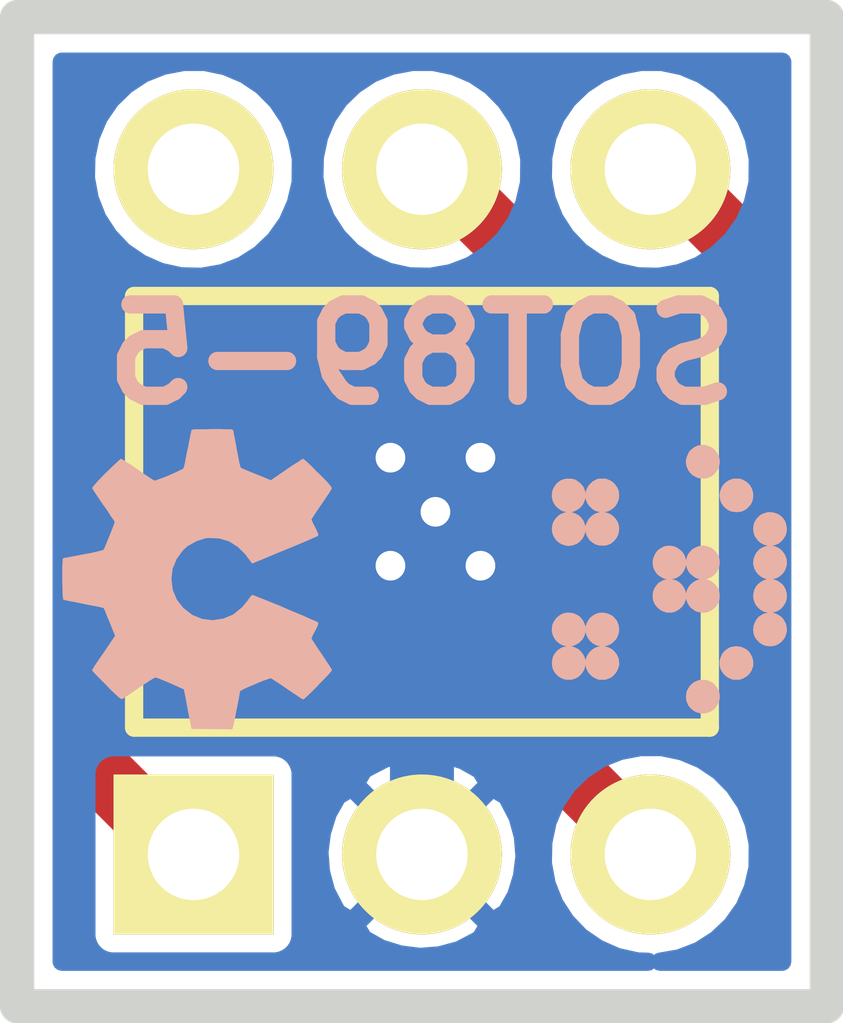
<source format=kicad_pcb>
(kicad_pcb (version 3) (host pcbnew "(2013-06-29 BZR 4231)-testing")

  (general
    (links 6)
    (no_connects 0)
    (area 117.558819 92.279545 126.941581 103.820455)
    (thickness 1.6002)
    (drawings 5)
    (tracks 33)
    (zones 0)
    (modules 4)
    (nets 6)
  )

  (page A4)
  (title_block
    (title SOT89-5_DIP)
    (date "5 oct 2012")
    (company "2012 - blog.spitzenpfeil.org")
  )

  (layers
    (15 Front signal)
    (0 Back signal)
    (18 B.Paste user)
    (19 F.Paste user)
    (20 B.SilkS user)
    (21 F.SilkS user)
    (22 B.Mask user)
    (23 F.Mask user)
    (28 Edge.Cuts user)
  )

  (setup
    (last_trace_width 0.4064)
    (user_trace_width 0.4064)
    (user_trace_width 0.508)
    (user_trace_width 0.6096)
    (user_trace_width 0.7112)
    (user_trace_width 0.8128)
    (trace_clearance 0.1524)
    (zone_clearance 0.2032)
    (zone_45_only no)
    (trace_min 0.2032)
    (segment_width 0.381)
    (edge_width 0.381)
    (via_size 0.635)
    (via_drill 0.3302)
    (via_min_size 0.635)
    (via_min_drill 0.3302)
    (uvia_size 0.508)
    (uvia_drill 0.127)
    (uvias_allowed no)
    (uvia_min_size 0.508)
    (uvia_min_drill 0.127)
    (pcb_text_width 0.3048)
    (pcb_text_size 1.524 2.032)
    (mod_edge_width 0.381)
    (mod_text_size 1.524 1.524)
    (mod_text_width 0.3048)
    (pad_size 1.00076 2.19964)
    (pad_drill 0)
    (pad_to_mask_clearance 0)
    (aux_axis_origin 0 0)
    (visible_elements FFFFFF7F)
    (pcbplotparams
      (layerselection 284196865)
      (usegerberextensions true)
      (excludeedgelayer true)
      (linewidth 0.150000)
      (plotframeref false)
      (viasonmask false)
      (mode 1)
      (useauxorigin false)
      (hpglpennumber 1)
      (hpglpenspeed 20)
      (hpglpendiameter 15)
      (hpglpenoverlay 2)
      (psnegative false)
      (psa4output false)
      (plotreference true)
      (plotvalue true)
      (plotothertext true)
      (plotinvisibletext false)
      (padsonsilk false)
      (subtractmaskfromsilk true)
      (outputformat 1)
      (mirror false)
      (drillshape 0)
      (scaleselection 1)
      (outputdirectory gerber_files/))
  )

  (net 0 "")
  (net 1 N-000001)
  (net 2 N-000002)
  (net 3 N-000003)
  (net 4 N-000004)
  (net 5 N-000006)

  (net_class Default "This is the default net class."
    (clearance 0.1524)
    (trace_width 0.4064)
    (via_dia 0.635)
    (via_drill 0.3302)
    (uvia_dia 0.508)
    (uvia_drill 0.127)
    (add_net "")
    (add_net N-000001)
    (add_net N-000002)
    (add_net N-000003)
    (add_net N-000004)
    (add_net N-000006)
  )

  (module "" (layer Back) (tedit 506EDF8D) (tstamp 506EDE81)
    (at 119.75084 98.75012 90)
    (fp_text reference G1 (at 0 -1.00076 90) (layer B.SilkS) hide
      (effects (font (size 0.1524 0.1524) (thickness 0.03048)) (justify mirror))
    )
    (fp_text value LOGO (at 0 0.20066 90) (layer B.SilkS) hide
      (effects (font (size 0.1524 0.1524) (thickness 0.03048)) (justify mirror))
    )
    (fp_poly (pts (xy -1.01092 1.4986) (xy -0.99314 1.48844) (xy -0.95504 1.46558) (xy -0.89916 1.42748)
      (xy -0.83312 1.3843) (xy -0.76708 1.33858) (xy -0.7112 1.30302) (xy -0.6731 1.27762)
      (xy -0.65786 1.27) (xy -0.65024 1.27254) (xy -0.61722 1.28778) (xy -0.57404 1.31064)
      (xy -0.5461 1.32588) (xy -0.50546 1.34366) (xy -0.4826 1.3462) (xy -0.48006 1.34112)
      (xy -0.46482 1.31064) (xy -0.44196 1.25476) (xy -0.40894 1.18364) (xy -0.37338 1.09728)
      (xy -0.33528 1.00584) (xy -0.29464 0.9144) (xy -0.25908 0.8255) (xy -0.22606 0.74422)
      (xy -0.20066 0.67818) (xy -0.18288 0.635) (xy -0.17526 0.61468) (xy -0.1778 0.6096)
      (xy -0.19812 0.58928) (xy -0.23622 0.56388) (xy -0.31496 0.49784) (xy -0.3937 0.40132)
      (xy -0.43942 0.2921) (xy -0.4572 0.16764) (xy -0.44196 0.05334) (xy -0.39878 -0.05334)
      (xy -0.32258 -0.1524) (xy -0.2286 -0.22606) (xy -0.12192 -0.27178) (xy 0 -0.28702)
      (xy 0.1143 -0.27432) (xy 0.22606 -0.2286) (xy 0.32512 -0.15494) (xy 0.3683 -0.10668)
      (xy 0.42418 -0.00762) (xy 0.4572 0.09906) (xy 0.45974 0.127) (xy 0.45466 0.24384)
      (xy 0.42164 0.3556) (xy 0.35814 0.45466) (xy 0.27432 0.53848) (xy 0.26162 0.5461)
      (xy 0.22352 0.57658) (xy 0.19558 0.5969) (xy 0.17526 0.61214) (xy 0.32512 0.97282)
      (xy 0.34798 1.0287) (xy 0.38862 1.12776) (xy 0.42418 1.21158) (xy 0.45466 1.28016)
      (xy 0.47498 1.32588) (xy 0.4826 1.34366) (xy 0.4826 1.34366) (xy 0.49784 1.3462)
      (xy 0.52324 1.33604) (xy 0.57404 1.31318) (xy 0.60706 1.2954) (xy 0.64516 1.27762)
      (xy 0.66294 1.27) (xy 0.67818 1.27762) (xy 0.71374 1.30048) (xy 0.76708 1.33604)
      (xy 0.83312 1.38176) (xy 0.89408 1.4224) (xy 0.94996 1.4605) (xy 0.9906 1.4859)
      (xy 1.01092 1.49606) (xy 1.01346 1.49606) (xy 1.03124 1.4859) (xy 1.06426 1.4605)
      (xy 1.11252 1.41478) (xy 1.1811 1.3462) (xy 1.19126 1.3335) (xy 1.24968 1.27762)
      (xy 1.2954 1.22936) (xy 1.32588 1.1938) (xy 1.33858 1.17856) (xy 1.33858 1.17856)
      (xy 1.32842 1.15824) (xy 1.30048 1.1176) (xy 1.26492 1.05918) (xy 1.2192 0.99314)
      (xy 1.09982 0.82042) (xy 1.16586 0.65786) (xy 1.18618 0.60706) (xy 1.21158 0.5461)
      (xy 1.22936 0.50292) (xy 1.23952 0.48514) (xy 1.2573 0.47752) (xy 1.30048 0.46736)
      (xy 1.36652 0.45466) (xy 1.44272 0.43942) (xy 1.51638 0.42672) (xy 1.58242 0.41402)
      (xy 1.63068 0.40386) (xy 1.65354 0.40132) (xy 1.65862 0.39624) (xy 1.6637 0.38608)
      (xy 1.66624 0.36322) (xy 1.66624 0.32258) (xy 1.66878 0.25908) (xy 1.66878 0.16764)
      (xy 1.66878 0.15748) (xy 1.66624 0.07112) (xy 1.66624 0) (xy 1.6637 -0.04318)
      (xy 1.66116 -0.06096) (xy 1.66116 -0.06096) (xy 1.6383 -0.06604) (xy 1.59258 -0.0762)
      (xy 1.52654 -0.0889) (xy 1.4478 -0.10414) (xy 1.44272 -0.10668) (xy 1.36398 -0.12192)
      (xy 1.2954 -0.13462) (xy 1.24968 -0.14478) (xy 1.2319 -0.1524) (xy 1.22682 -0.15748)
      (xy 1.21158 -0.18796) (xy 1.18872 -0.23622) (xy 1.16078 -0.29718) (xy 1.13538 -0.35814)
      (xy 1.11506 -0.41402) (xy 1.09982 -0.4572) (xy 1.09474 -0.47498) (xy 1.09474 -0.47498)
      (xy 1.10744 -0.4953) (xy 1.13284 -0.53594) (xy 1.17094 -0.59182) (xy 1.2192 -0.6604)
      (xy 1.22174 -0.66548) (xy 1.26746 -0.73152) (xy 1.30302 -0.7874) (xy 1.32842 -0.82804)
      (xy 1.33858 -0.84582) (xy 1.33604 -0.84836) (xy 1.32334 -0.86614) (xy 1.28778 -0.90424)
      (xy 1.23952 -0.95504) (xy 1.1811 -1.016) (xy 1.16332 -1.03378) (xy 1.09728 -1.09728)
      (xy 1.05156 -1.13792) (xy 1.02362 -1.16078) (xy 1.01092 -1.16586) (xy 1.01092 -1.16586)
      (xy 0.9906 -1.15316) (xy 0.94742 -1.12522) (xy 0.89154 -1.08712) (xy 0.82296 -1.0414)
      (xy 0.81788 -1.03632) (xy 0.75184 -0.9906) (xy 0.69596 -0.95504) (xy 0.65786 -0.9271)
      (xy 0.64008 -0.91694) (xy 0.63754 -0.91694) (xy 0.6096 -0.92456) (xy 0.56134 -0.94234)
      (xy 0.50292 -0.9652) (xy 0.44196 -0.9906) (xy 0.38608 -1.01346) (xy 0.3429 -1.03124)
      (xy 0.32512 -1.04394) (xy 0.32258 -1.04394) (xy 0.3175 -1.06934) (xy 0.3048 -1.1176)
      (xy 0.28956 -1.18618) (xy 0.27432 -1.27) (xy 0.27178 -1.2827) (xy 0.25654 -1.36144)
      (xy 0.24384 -1.42748) (xy 0.23622 -1.4732) (xy 0.23114 -1.49098) (xy 0.21844 -1.49352)
      (xy 0.18034 -1.49606) (xy 0.12192 -1.4986) (xy 0.0508 -1.4986) (xy -0.0254 -1.4986)
      (xy -0.09906 -1.49606) (xy -0.16002 -1.49606) (xy -0.20574 -1.49098) (xy -0.22606 -1.48844)
      (xy -0.22606 -1.4859) (xy -0.23368 -1.46304) (xy -0.24384 -1.41224) (xy -0.25654 -1.34366)
      (xy -0.27432 -1.26238) (xy -0.27686 -1.24714) (xy -0.2921 -1.1684) (xy -0.3048 -1.10236)
      (xy -0.31496 -1.05664) (xy -0.32004 -1.03886) (xy -0.32512 -1.03632) (xy -0.35814 -1.02108)
      (xy -0.41148 -1.00076) (xy -0.47752 -0.97282) (xy -0.62992 -0.91186) (xy -0.81788 -1.03886)
      (xy -0.83566 -1.05156) (xy -0.9017 -1.09728) (xy -0.95758 -1.13538) (xy -0.99568 -1.15824)
      (xy -1.01346 -1.1684) (xy -1.01346 -1.1684) (xy -1.03378 -1.15062) (xy -1.06934 -1.1176)
      (xy -1.12014 -1.0668) (xy -1.17856 -1.00838) (xy -1.22428 -0.9652) (xy -1.27508 -0.91186)
      (xy -1.3081 -0.8763) (xy -1.32588 -0.85344) (xy -1.33096 -0.84074) (xy -1.33096 -0.83058)
      (xy -1.31826 -0.8128) (xy -1.29032 -0.76962) (xy -1.25222 -0.71374) (xy -1.2065 -0.6477)
      (xy -1.1684 -0.59182) (xy -1.12776 -0.52832) (xy -1.10236 -0.48514) (xy -1.0922 -0.46228)
      (xy -1.09474 -0.45212) (xy -1.10744 -0.41656) (xy -1.1303 -0.36068) (xy -1.15824 -0.29464)
      (xy -1.22428 -0.14732) (xy -1.3208 -0.127) (xy -1.37922 -0.11684) (xy -1.46304 -0.1016)
      (xy -1.54178 -0.08636) (xy -1.6637 -0.06096) (xy -1.66878 0.38862) (xy -1.64846 0.39624)
      (xy -1.63068 0.40132) (xy -1.58496 0.41148) (xy -1.52146 0.42418) (xy -1.44272 0.43942)
      (xy -1.37922 0.45212) (xy -1.31318 0.46482) (xy -1.26492 0.47244) (xy -1.2446 0.47752)
      (xy -1.23952 0.48514) (xy -1.22174 0.51562) (xy -1.19888 0.56642) (xy -1.17348 0.62738)
      (xy -1.14554 0.69088) (xy -1.12268 0.7493) (xy -1.10744 0.79502) (xy -1.09982 0.81788)
      (xy -1.10998 0.83566) (xy -1.13538 0.87376) (xy -1.17094 0.92964) (xy -1.21666 0.99568)
      (xy -1.25984 1.05918) (xy -1.29794 1.1176) (xy -1.32334 1.1557) (xy -1.33604 1.17602)
      (xy -1.33096 1.18872) (xy -1.30302 1.2192) (xy -1.25476 1.27) (xy -1.1811 1.34366)
      (xy -1.1684 1.35382) (xy -1.10998 1.41224) (xy -1.06172 1.45796) (xy -1.02616 1.48844)
      (xy -1.01092 1.4986)) (layer B.SilkS) (width 0.00254))
  )

  (module LOGO (layer Back) (tedit 506EDFCC) (tstamp 506EDFB8)
    (at 125.00102 98.75012 90)
    (fp_text reference G2 (at 0 -0.8001 90) (layer B.SilkS) hide
      (effects (font (size 0.1524 0.1524) (thickness 0.03048)) (justify mirror))
    )
    (fp_text value LOGO (at 0 -0.40132 90) (layer B.SilkS) hide
      (effects (font (size 0.1524 0.1524) (thickness 0.03048)) (justify mirror))
    )
    (fp_poly (pts (xy 0.56388 1.30556) (xy 0.59944 1.30048) (xy 0.635 1.29032) (xy 0.65024 1.2827)
      (xy 0.68326 1.25984) (xy 0.70866 1.2319) (xy 0.72644 1.20142) (xy 0.73914 1.16586)
      (xy 0.74422 1.1303) (xy 0.74422 1.0922) (xy 0.73406 1.05664) (xy 0.71882 1.02108)
      (xy 0.70866 1.00584) (xy 0.69088 0.98806) (xy 0.67564 0.97282) (xy 0.65786 0.96012)
      (xy 0.65278 0.95758) (xy 0.6223 0.94234) (xy 0.58928 0.93472) (xy 0.55118 0.93218)
      (xy 0.53848 0.93472) (xy 0.51816 0.93726) (xy 0.50038 0.94234) (xy 0.48006 0.94996)
      (xy 0.45974 0.96266) (xy 0.42926 0.98552) (xy 0.40386 1.016) (xy 0.38608 1.04902)
      (xy 0.381 1.0668) (xy 0.37592 1.08458) (xy 0.37338 1.09982) (xy 0.37338 1.09982)
      (xy 0.37338 1.09982) (xy 0.37084 1.0922) (xy 0.37084 1.0922) (xy 0.36576 1.06934)
      (xy 0.3556 1.04394) (xy 0.34544 1.02108) (xy 0.32512 0.99314) (xy 0.29464 0.96774)
      (xy 0.26162 0.94996) (xy 0.22606 0.93726) (xy 0.18542 0.93218) (xy 0.17526 0.93218)
      (xy 0.14732 0.93726) (xy 0.11938 0.94488) (xy 0.1143 0.94742) (xy 0.08128 0.9652)
      (xy 0.05334 0.98806) (xy 0.03048 1.016) (xy 0.0127 1.04648) (xy 0.00254 1.0795)
      (xy 0.00254 1.08204) (xy 0 1.08966) (xy 0 1.09474) (xy 0 1.09474)
      (xy 0 1.08966) (xy -0.00254 1.0795) (xy -0.00254 1.07696) (xy -0.01524 1.04394)
      (xy -0.03302 1.01346) (xy -0.05588 0.98552) (xy -0.07874 0.9652) (xy -0.11176 0.94742)
      (xy -0.14732 0.93726) (xy -0.18542 0.93218) (xy -0.21336 0.93472) (xy -0.25146 0.94488)
      (xy -0.28448 0.96012) (xy -0.31496 0.98552) (xy -0.34036 1.01346) (xy -0.3429 1.01854)
      (xy -0.35052 1.03378) (xy -0.35814 1.04394) (xy -0.36068 1.0541) (xy -0.36576 1.06934)
      (xy -0.3683 1.08712) (xy -0.37084 1.09728) (xy -0.37084 1.09982) (xy -0.37338 1.09982)
      (xy -0.37338 1.0922) (xy -0.37846 1.07188) (xy -0.38608 1.04648) (xy -0.39878 1.02362)
      (xy -0.4191 0.99314) (xy -0.44958 0.96774) (xy -0.4826 0.94996) (xy -0.51816 0.93726)
      (xy -0.5588 0.93218) (xy -0.59182 0.93472) (xy -0.62992 0.94488) (xy -0.66294 0.96266)
      (xy -0.69342 0.9906) (xy -0.70612 1.00584) (xy -0.72136 1.02616) (xy -0.73152 1.04902)
      (xy -0.73914 1.06934) (xy -0.74422 1.10744) (xy -0.74422 1.143) (xy -0.7366 1.17856)
      (xy -0.72136 1.21158) (xy -0.70104 1.23952) (xy -0.67564 1.26492) (xy -0.64516 1.28524)
      (xy -0.61214 1.29794) (xy -0.57404 1.30556) (xy -0.56896 1.30556) (xy -0.53086 1.30302)
      (xy -0.4953 1.2954) (xy -0.46228 1.27762) (xy -0.44958 1.27) (xy -0.42418 1.24968)
      (xy -0.40386 1.22174) (xy -0.38862 1.1938) (xy -0.38354 1.18364) (xy -0.37846 1.1684)
      (xy -0.37338 1.15062) (xy -0.37338 1.14046) (xy -0.37338 1.13284) (xy -0.37084 1.13792)
      (xy -0.37084 1.14554) (xy -0.3683 1.16078) (xy -0.36068 1.1811) (xy -0.3556 1.19634)
      (xy -0.34798 1.21158) (xy -0.32512 1.2446) (xy -0.29464 1.27) (xy -0.26162 1.29032)
      (xy -0.22606 1.30302) (xy -0.21844 1.30302) (xy -0.19304 1.30556) (xy -0.16764 1.30556)
      (xy -0.14224 1.30048) (xy -0.11684 1.29286) (xy -0.08128 1.27508) (xy -0.0508 1.24968)
      (xy -0.0508 1.24714) (xy -0.02794 1.2192) (xy -0.0127 1.18872) (xy -0.00254 1.15824)
      (xy -0.00254 1.1557) (xy 0 1.14808) (xy 0 1.143) (xy 0 1.14554)
      (xy 0.00254 1.15316) (xy 0.00254 1.1557) (xy 0.00762 1.17602) (xy 0.01524 1.19634)
      (xy 0.0254 1.21666) (xy 0.04318 1.23952) (xy 0.07112 1.26746) (xy 0.10414 1.28778)
      (xy 0.14224 1.30048) (xy 0.14732 1.30302) (xy 0.17272 1.30556) (xy 0.20066 1.30556)
      (xy 0.22352 1.30302) (xy 0.24638 1.2954) (xy 0.2794 1.28016) (xy 0.30988 1.2573)
      (xy 0.33782 1.22936) (xy 0.3556 1.19634) (xy 0.36068 1.18618) (xy 0.36576 1.1684)
      (xy 0.3683 1.15062) (xy 0.37084 1.14046) (xy 0.37084 1.13792) (xy 0.37084 1.13792)
      (xy 0.37338 1.14554) (xy 0.37338 1.14554) (xy 0.37846 1.1684) (xy 0.38862 1.1938)
      (xy 0.39878 1.21666) (xy 0.40386 1.22428) (xy 0.42926 1.25222) (xy 0.4572 1.27508)
      (xy 0.49022 1.29286) (xy 0.52578 1.30302) (xy 0.56388 1.30556)) (layer B.SilkS) (width 0.00254))
    (fp_poly (pts (xy -0.94488 0.93218) (xy -0.92202 0.93218) (xy -0.89916 0.92964) (xy -0.87376 0.92202)
      (xy -0.84074 0.90678) (xy -0.80772 0.88646) (xy -0.78232 0.85852) (xy -0.76454 0.8255)
      (xy -0.75184 0.78994) (xy -0.74676 0.75184) (xy -0.7493 0.71374) (xy -0.75692 0.67818)
      (xy -0.7747 0.64516) (xy -0.79756 0.61468) (xy -0.82804 0.58928) (xy -0.8382 0.5842)
      (xy -0.87376 0.56896) (xy -0.91186 0.5588) (xy -0.94996 0.5588) (xy -0.98806 0.56642)
      (xy -1.01854 0.57912) (xy -1.05156 0.60198) (xy -1.0795 0.62992) (xy -1.09982 0.66294)
      (xy -1.11506 0.70104) (xy -1.1176 0.71882) (xy -1.1176 0.74168) (xy -1.1176 0.76708)
      (xy -1.11506 0.7874) (xy -1.11252 0.79502) (xy -1.09728 0.83058) (xy -1.07696 0.8636)
      (xy -1.04902 0.89154) (xy -1.01346 0.9144) (xy -0.99822 0.91948) (xy -0.9779 0.9271)
      (xy -0.95758 0.93218) (xy -0.94488 0.93218)) (layer B.SilkS) (width 0.00254))
    (fp_poly (pts (xy 0.93726 0.93218) (xy 0.97536 0.9271) (xy 1.01092 0.9144) (xy 1.04648 0.89408)
      (xy 1.0541 0.88646) (xy 1.0795 0.86106) (xy 1.09982 0.82804) (xy 1.11506 0.79248)
      (xy 1.1176 0.77216) (xy 1.1176 0.7493) (xy 1.1176 0.7239) (xy 1.11506 0.70358)
      (xy 1.11252 0.69596) (xy 1.09728 0.65786) (xy 1.07696 0.62738) (xy 1.04902 0.59944)
      (xy 1.016 0.57912) (xy 0.98044 0.56642) (xy 0.94234 0.5588) (xy 0.9271 0.5588)
      (xy 0.89154 0.56388) (xy 0.85598 0.57404) (xy 0.82296 0.59436) (xy 0.79756 0.61722)
      (xy 0.7747 0.64516) (xy 0.75692 0.67818) (xy 0.7493 0.71628) (xy 0.74676 0.75438)
      (xy 0.7493 0.77724) (xy 0.75184 0.79756) (xy 0.75946 0.81788) (xy 0.7747 0.84836)
      (xy 0.8001 0.8763) (xy 0.82804 0.9017) (xy 0.86106 0.91948) (xy 0.89916 0.92964)
      (xy 0.93726 0.93218)) (layer B.SilkS) (width 0.00254))
    (fp_poly (pts (xy -1.31572 0.5588) (xy -1.29032 0.5588) (xy -1.26746 0.55626) (xy -1.23952 0.5461)
      (xy -1.2065 0.52832) (xy -1.17348 0.50292) (xy -1.15316 0.48006) (xy -1.13538 0.44958)
      (xy -1.12268 0.41148) (xy -1.12014 0.39624) (xy -1.12014 0.37592) (xy -1.12014 0.35306)
      (xy -1.12268 0.33274) (xy -1.12522 0.32258) (xy -1.14046 0.28448) (xy -1.16078 0.254)
      (xy -1.18872 0.22606) (xy -1.22428 0.20574) (xy -1.23698 0.19812) (xy -1.25984 0.1905)
      (xy -1.28524 0.18796) (xy -1.31318 0.18542) (xy -1.33096 0.18796) (xy -1.35128 0.1905)
      (xy -1.36906 0.19558) (xy -1.38938 0.20574) (xy -1.40208 0.21082) (xy -1.43256 0.23368)
      (xy -1.45796 0.26416) (xy -1.47828 0.29718) (xy -1.48844 0.33528) (xy -1.49098 0.3429)
      (xy -1.49098 0.36576) (xy -1.49098 0.38862) (xy -1.48844 0.40894) (xy -1.4859 0.42164)
      (xy -1.47066 0.45974) (xy -1.45034 0.49022) (xy -1.4224 0.51816) (xy -1.38938 0.53848)
      (xy -1.35128 0.55372) (xy -1.34112 0.55626) (xy -1.31572 0.5588)) (layer B.SilkS) (width 0.00254))
    (fp_poly (pts (xy 0.18034 0.5588) (xy 0.21844 0.55626) (xy 0.254 0.5461) (xy 0.27432 0.53594)
      (xy 0.30734 0.51308) (xy 0.33274 0.48768) (xy 0.35306 0.45466) (xy 0.36576 0.41656)
      (xy 0.3683 0.40894) (xy 0.37338 0.37846) (xy 0.37084 0.35052) (xy 0.36322 0.3175)
      (xy 0.34798 0.28194) (xy 0.32766 0.25146) (xy 0.29972 0.22352) (xy 0.2667 0.2032)
      (xy 0.2286 0.1905) (xy 0.2032 0.18542) (xy 0.2159 0.18288) (xy 0.21844 0.18288)
      (xy 0.24638 0.17526) (xy 0.27432 0.16256) (xy 0.29972 0.14732) (xy 0.3048 0.14224)
      (xy 0.3302 0.1143) (xy 0.35052 0.08382) (xy 0.36576 0.04826) (xy 0.37084 0.0127)
      (xy 0.37084 -0.02286) (xy 0.36322 -0.05842) (xy 0.34544 -0.09398) (xy 0.34544 -0.09398)
      (xy 0.32258 -0.127) (xy 0.29464 -0.14986) (xy 0.26162 -0.16764) (xy 0.2286 -0.18034)
      (xy 0.19304 -0.18542) (xy 0.15748 -0.18288) (xy 0.12192 -0.17526) (xy 0.08636 -0.15748)
      (xy 0.05588 -0.13462) (xy 0.04064 -0.11684) (xy 0.02286 -0.0889) (xy 0.00762 -0.06096)
      (xy 0.00254 -0.03302) (xy 0 -0.0254) (xy 0 -0.02286) (xy 0 -0.0254)
      (xy -0.00254 -0.03302) (xy -0.00762 -0.05842) (xy -0.02032 -0.08382) (xy -0.03556 -0.10922)
      (xy -0.04318 -0.12192) (xy -0.07366 -0.14732) (xy -0.10414 -0.16764) (xy -0.1397 -0.18034)
      (xy -0.1778 -0.18542) (xy -0.2159 -0.18288) (xy -0.2413 -0.1778) (xy -0.27686 -0.16256)
      (xy -0.30734 -0.1397) (xy -0.33274 -0.11176) (xy -0.35306 -0.08128) (xy -0.36576 -0.04318)
      (xy -0.37084 -0.0254) (xy -0.37084 0.0127) (xy -0.36576 0.04826) (xy -0.35052 0.08382)
      (xy -0.3302 0.1143) (xy -0.3048 0.14224) (xy -0.27178 0.1651) (xy -0.25654 0.17018)
      (xy -0.23876 0.1778) (xy -0.22352 0.18288) (xy -0.21082 0.18288) (xy -0.20828 0.18542)
      (xy -0.20828 0.18542) (xy -0.21844 0.18796) (xy -0.23622 0.19304) (xy -0.26162 0.20066)
      (xy -0.28194 0.21336) (xy -0.29464 0.22098) (xy -0.32004 0.2413) (xy -0.34036 0.26924)
      (xy -0.35814 0.29718) (xy -0.36576 0.32766) (xy -0.37084 0.36068) (xy -0.37084 0.3937)
      (xy -0.37084 0.40132) (xy -0.36068 0.43942) (xy -0.3429 0.47244) (xy -0.3175 0.50292)
      (xy -0.29718 0.52324) (xy -0.26162 0.54356) (xy -0.22606 0.55626) (xy -0.21082 0.55626)
      (xy -0.1905 0.5588) (xy -0.17018 0.55626) (xy -0.14986 0.55626) (xy -0.13462 0.55118)
      (xy -0.12192 0.54864) (xy -0.08636 0.53086) (xy -0.05588 0.50546) (xy -0.03048 0.47498)
      (xy -0.02032 0.45974) (xy -0.01016 0.43434) (xy -0.00254 0.41148) (xy -0.00254 0.40894)
      (xy 0 0.40132) (xy 0 0.39624) (xy 0 0.39624) (xy 0 0.34798)
      (xy 0 0.34798) (xy 0 0.3429) (xy -0.00254 0.33274) (xy -0.00254 0.3302)
      (xy -0.01524 0.29718) (xy -0.03302 0.2667) (xy -0.05588 0.23876) (xy -0.08382 0.2159)
      (xy -0.11684 0.19812) (xy -0.11684 0.19812) (xy -0.13462 0.19304) (xy -0.14986 0.18796)
      (xy -0.16764 0.18542) (xy -0.14986 0.18288) (xy -0.12954 0.1778) (xy -0.09652 0.16256)
      (xy -0.0635 0.1397) (xy -0.0381 0.1143) (xy -0.01778 0.08382) (xy -0.0127 0.06858)
      (xy -0.00508 0.04826) (xy -0.00254 0.03302) (xy 0 0.0254) (xy 0 0.02286)
      (xy 0 0.0254) (xy 0.00254 0.03302) (xy 0.00508 0.04572) (xy 0.01016 0.06604)
      (xy 0.01778 0.08382) (xy 0.03048 0.10414) (xy 0.05334 0.13208) (xy 0.08382 0.15494)
      (xy 0.11684 0.17272) (xy 0.1524 0.18288) (xy 0.16764 0.18542) (xy 0.14986 0.18796)
      (xy 0.14732 0.18796) (xy 0.13208 0.19304) (xy 0.11684 0.19812) (xy 0.11176 0.20066)
      (xy 0.08128 0.2159) (xy 0.05334 0.2413) (xy 0.03048 0.26924) (xy 0.0127 0.29972)
      (xy 0.00254 0.33274) (xy 0.00254 0.33528) (xy 0 0.3429) (xy 0 0.34798)
      (xy 0 0.39624) (xy 0 0.39624) (xy 0 0.40132) (xy 0.00254 0.41148)
      (xy 0.01016 0.43434) (xy 0.0254 0.46736) (xy 0.04826 0.49784) (xy 0.0762 0.52324)
      (xy 0.10922 0.54102) (xy 0.10922 0.54356) (xy 0.14224 0.55372) (xy 0.18034 0.5588)) (layer B.SilkS) (width 0.00254))
    (fp_poly (pts (xy 1.29286 0.5588) (xy 1.32334 0.5588) (xy 1.34874 0.55372) (xy 1.36652 0.54864)
      (xy 1.40208 0.53086) (xy 1.43256 0.508) (xy 1.45796 0.48006) (xy 1.47574 0.44704)
      (xy 1.48844 0.41148) (xy 1.49352 0.37338) (xy 1.49098 0.3556) (xy 1.4859 0.3175)
      (xy 1.47066 0.28194) (xy 1.44526 0.24892) (xy 1.44018 0.2413) (xy 1.41478 0.21844)
      (xy 1.38176 0.2032) (xy 1.34874 0.1905) (xy 1.34874 0.1905) (xy 1.3208 0.18542)
      (xy 1.29032 0.18542) (xy 1.26238 0.1905) (xy 1.25222 0.19304) (xy 1.21666 0.20828)
      (xy 1.18618 0.2286) (xy 1.16078 0.254) (xy 1.14046 0.28702) (xy 1.12522 0.32004)
      (xy 1.12014 0.3556) (xy 1.12014 0.3937) (xy 1.12776 0.4318) (xy 1.14046 0.45974)
      (xy 1.16332 0.49276) (xy 1.19126 0.51816) (xy 1.22174 0.53848) (xy 1.25984 0.55372)
      (xy 1.26238 0.55372) (xy 1.29286 0.5588)) (layer B.SilkS) (width 0.00254))
    (fp_poly (pts (xy -0.55372 -0.5588) (xy -0.51562 -0.56388) (xy -0.48006 -0.57658) (xy -0.46228 -0.5842)
      (xy -0.44704 -0.5969) (xy -0.42926 -0.61214) (xy -0.40894 -0.63246) (xy -0.39116 -0.66548)
      (xy -0.37846 -0.70104) (xy -0.37592 -0.7112) (xy -0.37338 -0.7366) (xy -0.37338 -0.762)
      (xy -0.37592 -0.78486) (xy -0.38608 -0.81534) (xy -0.40386 -0.84836) (xy -0.42672 -0.8763)
      (xy -0.42926 -0.88138) (xy -0.44704 -0.89408) (xy -0.46736 -0.90678) (xy -0.48514 -0.91694)
      (xy -0.49276 -0.91948) (xy -0.508 -0.92456) (xy -0.52324 -0.92964) (xy -0.5334 -0.92964)
      (xy -0.54102 -0.93218) (xy -0.5334 -0.93218) (xy -0.52324 -0.93472) (xy -0.51308 -0.93726)
      (xy -0.50038 -0.94234) (xy -0.4699 -0.95504) (xy -0.4445 -0.97282) (xy -0.42164 -0.99314)
      (xy -0.41656 -0.99568) (xy -0.39624 -1.0287) (xy -0.381 -1.06426) (xy -0.37338 -1.10236)
      (xy -0.37338 -1.13792) (xy -0.37338 -1.14808) (xy -0.38354 -1.18618) (xy -0.40132 -1.2192)
      (xy -0.42672 -1.24968) (xy -0.44958 -1.27) (xy -0.4826 -1.29032) (xy -0.51816 -1.30302)
      (xy -0.52578 -1.30302) (xy -0.55118 -1.30556) (xy -0.57912 -1.30556) (xy -0.60198 -1.30048)
      (xy -0.6223 -1.2954) (xy -0.65786 -1.27762) (xy -0.68834 -1.25476) (xy -0.7112 -1.22682)
      (xy -0.73152 -1.1938) (xy -0.74168 -1.15824) (xy -0.74168 -1.15316) (xy -0.74422 -1.14554)
      (xy -0.74676 -1.143) (xy -0.74676 -1.14554) (xy -0.7493 -1.15316) (xy -0.75184 -1.1684)
      (xy -0.75692 -1.18618) (xy -0.76454 -1.20142) (xy -0.76962 -1.21158) (xy -0.79248 -1.2446)
      (xy -0.82296 -1.27) (xy -0.85344 -1.29032) (xy -0.89154 -1.30048) (xy -0.92964 -1.30556)
      (xy -0.96266 -1.30302) (xy -0.99822 -1.2954) (xy -1.03124 -1.27762) (xy -1.04902 -1.26492)
      (xy -1.07696 -1.23698) (xy -1.09728 -1.2065) (xy -1.11252 -1.17094) (xy -1.1176 -1.13538)
      (xy -1.1176 -1.09728) (xy -1.10998 -1.06172) (xy -1.09474 -1.02616) (xy -1.07188 -0.99568)
      (xy -1.04394 -0.97028) (xy -1.01092 -0.94996) (xy -0.97282 -0.93726) (xy -0.94996 -0.93218)
      (xy -0.96266 -0.92964) (xy -0.97028 -0.92964) (xy -1.00076 -0.91948) (xy -1.03124 -0.90424)
      (xy -1.05664 -0.88392) (xy -1.0795 -0.86106) (xy -1.0922 -0.84074) (xy -1.1049 -0.81534)
      (xy -1.11506 -0.79248) (xy -1.1176 -0.77216) (xy -1.1176 -0.74676) (xy -1.1176 -0.7239)
      (xy -1.11506 -0.70358) (xy -1.10744 -0.68326) (xy -1.0922 -0.6477) (xy -1.0668 -0.61722)
      (xy -1.03632 -0.59182) (xy -1.0033 -0.57404) (xy -0.96266 -0.56134) (xy -0.95504 -0.5588)
      (xy -0.93218 -0.5588) (xy -0.90678 -0.56134) (xy -0.88646 -0.56388) (xy -0.87122 -0.56896)
      (xy -0.83566 -0.58674) (xy -0.80518 -0.6096) (xy -0.77978 -0.63754) (xy -0.762 -0.67056)
      (xy -0.7493 -0.70866) (xy -0.7493 -0.7112) (xy -0.74676 -0.71882) (xy -0.74422 -0.71882)
      (xy -0.74422 -0.76962) (xy -0.74676 -0.77216) (xy -0.7493 -0.77978) (xy -0.7493 -0.78232)
      (xy -0.75438 -0.80518) (xy -0.76708 -0.83312) (xy -0.78232 -0.85598) (xy -0.79502 -0.87122)
      (xy -0.82296 -0.89662) (xy -0.85598 -0.91694) (xy -0.89408 -0.92964) (xy -0.91186 -0.93218)
      (xy -0.89916 -0.93472) (xy -0.889 -0.93726) (xy -0.8763 -0.9398) (xy -0.86868 -0.94234)
      (xy -0.83566 -0.96012) (xy -0.80518 -0.98298) (xy -0.77978 -1.01092) (xy -0.762 -1.04394)
      (xy -0.7493 -1.0795) (xy -0.74676 -1.08966) (xy -0.74676 -1.09474) (xy -0.74422 -1.08966)
      (xy -0.74168 -1.0795) (xy -0.74168 -1.07696) (xy -0.7366 -1.05918) (xy -0.72644 -1.03632)
      (xy -0.71374 -1.016) (xy -0.70612 -1.0033) (xy -0.68834 -0.98552) (xy -0.67056 -0.96774)
      (xy -0.65278 -0.95758) (xy -0.65024 -0.95504) (xy -0.6223 -0.94234) (xy -0.59182 -0.93472)
      (xy -0.57912 -0.93218) (xy -0.59436 -0.92964) (xy -0.62738 -0.91948) (xy -0.6604 -0.9017)
      (xy -0.68834 -0.87884) (xy -0.71374 -0.8509) (xy -0.71882 -0.84074) (xy -0.72898 -0.82296)
      (xy -0.7366 -0.80518) (xy -0.74168 -0.7874) (xy -0.74422 -0.7747) (xy -0.74422 -0.7747)
      (xy -0.74422 -0.76962) (xy -0.74422 -0.71882) (xy -0.74422 -0.71882) (xy -0.74168 -0.7112)
      (xy -0.73914 -0.70104) (xy -0.7366 -0.68834) (xy -0.72898 -0.66802) (xy -0.7112 -0.63754)
      (xy -0.6858 -0.6096) (xy -0.65786 -0.58674) (xy -0.62484 -0.5715) (xy -0.58928 -0.56134)
      (xy -0.55372 -0.5588)) (layer B.SilkS) (width 0.00254))
    (fp_poly (pts (xy 0.56896 -0.5588) (xy 0.60452 -0.56388) (xy 0.64008 -0.57658) (xy 0.67056 -0.5969)
      (xy 0.6985 -0.6223) (xy 0.72136 -0.65278) (xy 0.7366 -0.68834) (xy 0.73914 -0.70104)
      (xy 0.74168 -0.7112) (xy 0.74168 -0.71374) (xy 0.74422 -0.71882) (xy 0.74422 -0.71882)
      (xy 0.74422 -0.77216) (xy 0.74422 -0.77724) (xy 0.73914 -0.78994) (xy 0.73406 -0.81026)
      (xy 0.71628 -0.84582) (xy 0.69342 -0.87376) (xy 0.66548 -0.89916) (xy 0.63246 -0.91694)
      (xy 0.5969 -0.92964) (xy 0.57912 -0.93218) (xy 0.59182 -0.93472) (xy 0.59182 -0.93472)
      (xy 0.6223 -0.94488) (xy 0.65278 -0.95758) (xy 0.66294 -0.9652) (xy 0.68326 -0.98044)
      (xy 0.70104 -0.99822) (xy 0.71374 -1.016) (xy 0.7239 -1.03378) (xy 0.73406 -1.05664)
      (xy 0.74168 -1.0795) (xy 0.74422 -1.08966) (xy 0.74422 -1.09474) (xy 0.74676 -1.08966)
      (xy 0.7493 -1.0795) (xy 0.75692 -1.0541) (xy 0.7747 -1.02108) (xy 0.79756 -0.9906)
      (xy 0.8255 -0.9652) (xy 0.86106 -0.94742) (xy 0.89916 -0.93472) (xy 0.91186 -0.93218)
      (xy 0.89408 -0.92964) (xy 0.8763 -0.92456) (xy 0.84074 -0.90932) (xy 0.81026 -0.88646)
      (xy 0.78232 -0.85598) (xy 0.7747 -0.84582) (xy 0.76454 -0.83058) (xy 0.75692 -0.81026)
      (xy 0.75184 -0.79502) (xy 0.7493 -0.78232) (xy 0.7493 -0.77978) (xy 0.74676 -0.77216)
      (xy 0.74422 -0.77216) (xy 0.74422 -0.71882) (xy 0.74676 -0.71882) (xy 0.7493 -0.70866)
      (xy 0.75184 -0.69596) (xy 0.762 -0.66802) (xy 0.77724 -0.64262) (xy 0.7874 -0.62738)
      (xy 0.81534 -0.59944) (xy 0.84836 -0.57912) (xy 0.88646 -0.56388) (xy 0.90424 -0.56134)
      (xy 0.92964 -0.5588) (xy 0.95504 -0.56134) (xy 0.9779 -0.56388) (xy 0.98044 -0.56388)
      (xy 1.01854 -0.57912) (xy 1.05156 -0.60198) (xy 1.0795 -0.62992) (xy 1.09982 -0.66294)
      (xy 1.11506 -0.70104) (xy 1.1176 -0.71628) (xy 1.1176 -0.74168) (xy 1.1176 -0.76962)
      (xy 1.11506 -0.79248) (xy 1.10744 -0.8128) (xy 1.09474 -0.8382) (xy 1.0795 -0.86106)
      (xy 1.06172 -0.87884) (xy 1.03886 -0.89916) (xy 1.016 -0.91186) (xy 1.00584 -0.91694)
      (xy 0.98806 -0.92456) (xy 0.97028 -0.92964) (xy 0.95758 -0.92964) (xy 0.95504 -0.93218)
      (xy 0.96012 -0.93218) (xy 0.97282 -0.93726) (xy 0.99314 -0.94234) (xy 1.01854 -0.9525)
      (xy 1.03886 -0.9652) (xy 1.0414 -0.96774) (xy 1.0668 -0.9906) (xy 1.08712 -1.016)
      (xy 1.1049 -1.04394) (xy 1.10998 -1.05664) (xy 1.1176 -1.09474) (xy 1.1176 -1.13284)
      (xy 1.11252 -1.17094) (xy 1.10998 -1.17856) (xy 1.09474 -1.21412) (xy 1.07188 -1.2446)
      (xy 1.0414 -1.27) (xy 1.00838 -1.29032) (xy 0.97282 -1.30302) (xy 0.96774 -1.30302)
      (xy 0.94234 -1.30556) (xy 0.9144 -1.30556) (xy 0.889 -1.30048) (xy 0.88392 -1.30048)
      (xy 0.84582 -1.28524) (xy 0.8128 -1.26238) (xy 0.7874 -1.23444) (xy 0.76454 -1.20142)
      (xy 0.75946 -1.19126) (xy 0.75438 -1.17348) (xy 0.7493 -1.15824) (xy 0.74676 -1.14554)
      (xy 0.74676 -1.143) (xy 0.74676 -1.143) (xy 0.74422 -1.14808) (xy 0.74168 -1.15824)
      (xy 0.73406 -1.18364) (xy 0.71882 -1.21666) (xy 0.69596 -1.2446) (xy 0.66802 -1.27)
      (xy 0.635 -1.29032) (xy 0.635 -1.29032) (xy 0.60198 -1.30048) (xy 0.56388 -1.30556)
      (xy 0.52578 -1.30302) (xy 0.49022 -1.29286) (xy 0.4699 -1.2827) (xy 0.43688 -1.25984)
      (xy 0.41148 -1.23444) (xy 0.39116 -1.20142) (xy 0.37846 -1.16332) (xy 0.37592 -1.1557)
      (xy 0.37084 -1.12522) (xy 0.37338 -1.09728) (xy 0.381 -1.06172) (xy 0.39624 -1.02616)
      (xy 0.4191 -0.99568) (xy 0.44704 -0.97028) (xy 0.48006 -0.94996) (xy 0.51816 -0.93726)
      (xy 0.52832 -0.93472) (xy 0.5334 -0.93218) (xy 0.5334 -0.92964) (xy 0.52324 -0.92964)
      (xy 0.50038 -0.92456) (xy 0.47752 -0.9144) (xy 0.4572 -0.9017) (xy 0.43434 -0.88646)
      (xy 0.40894 -0.85598) (xy 0.38862 -0.82296) (xy 0.38608 -0.81788) (xy 0.37592 -0.77978)
      (xy 0.37338 -0.74168) (xy 0.37592 -0.70358) (xy 0.38862 -0.66802) (xy 0.39624 -0.65024)
      (xy 0.40894 -0.635) (xy 0.42418 -0.61722) (xy 0.42672 -0.61468) (xy 0.4572 -0.58928)
      (xy 0.49022 -0.5715) (xy 0.52832 -0.56134) (xy 0.53086 -0.56134) (xy 0.56896 -0.5588)) (layer B.SilkS) (width 0.00254))
  )

  (module DIP-6__300 (layer Front) (tedit 51CEF5FF) (tstamp 506ECD91)
    (at 122.2502 98.00082)
    (descr "6 pins DIL package, round pads")
    (tags DIL)
    (path /506ECCDA)
    (fp_text reference P1 (at 0.5198 0.04918) (layer F.SilkS) hide
      (effects (font (size 1.016 1.016) (thickness 0.2032)))
    )
    (fp_text value DIL6 (at 0.0298 -0.68082) (layer F.SilkS) hide
      (effects (font (size 1.016 1.016) (thickness 0.2032)))
    )
    (pad 1 thru_hole rect (at -2.54 3.81) (size 1.778 1.778) (drill 1.016)
      (layers *.Cu *.Mask F.SilkS)
      (net 4 N-000004)
    )
    (pad 2 thru_hole circle (at 0 3.81) (size 1.778 1.778) (drill 1.016)
      (layers *.Cu *.Mask F.SilkS)
      (net 3 N-000003)
    )
    (pad 3 thru_hole circle (at 2.54 3.81) (size 1.778 1.778) (drill 1.016)
      (layers *.Cu *.Mask F.SilkS)
      (net 1 N-000001)
    )
    (pad 4 thru_hole circle (at 2.54 -3.81) (size 1.778 1.778) (drill 1.016)
      (layers *.Cu *.Mask F.SilkS)
      (net 5 N-000006)
    )
    (pad 5 thru_hole circle (at 0 -3.81) (size 1.778 1.778) (drill 1.016)
      (layers *.Cu *.Mask F.SilkS)
      (net 2 N-000002)
    )
    (pad 6 thru_hole circle (at -2.54 -3.81) (size 1.778 1.778) (drill 1.016)
      (layers *.Cu *.Mask F.SilkS)
    )
    (model dil/dil_6.wrl
      (at (xyz 0 0 0))
      (scale (xyz 1 1 1))
      (rotate (xyz 0 0 0))
    )
  )

  (module MADW__SOT89-5 (layer Front) (tedit 51CEF627) (tstamp 506ECD90)
    (at 122.2502 98.00082 270)
    (path /506ECC83)
    (fp_text reference U1 (at 0.00918 -2.6798 270) (layer F.SilkS) hide
      (effects (font (size 1.016 1.016) (thickness 0.2032)))
    )
    (fp_text value MADW__PT4115-SOT89-5 (at 0.04918 3.3502 270) (layer F.SilkS) hide
      (effects (font (size 0.5 0.5) (thickness 0.125)))
    )
    (fp_line (start -2.4003 -3.2004) (end 2.4003 -3.2004) (layer F.SilkS) (width 0.2032))
    (fp_line (start 2.4003 -3.2004) (end 2.4003 3.2004) (layer F.SilkS) (width 0.2032))
    (fp_line (start 2.4003 3.2004) (end -2.4003 3.2004) (layer F.SilkS) (width 0.2032))
    (fp_line (start -2.4003 3.2004) (end -2.4003 -3.2004) (layer F.SilkS) (width 0.2032))
    (pad 1 smd rect (at -1.50114 1.89992 270) (size 0.70104 1.6002)
      (layers Front F.Paste F.Mask)
      (net 4 N-000004)
    )
    (pad 2 smd rect (at 0 1.6002 270) (size 1.00076 2.19964)
      (layers Front F.Paste F.Mask)
      (net 3 N-000003)
    )
    (pad 3 smd rect (at 1.50114 1.89992 270) (size 0.70104 1.6002)
      (layers Front F.Paste F.Mask)
      (net 1 N-000001)
    )
    (pad 4 smd rect (at 1.50114 -1.89992 270) (size 0.70104 1.6002)
      (layers Front F.Paste F.Mask)
      (net 5 N-000006)
    )
    (pad 5 smd rect (at -1.50114 -1.89992 270) (size 0.70104 1.6002)
      (layers Front F.Paste F.Mask)
      (net 2 N-000002)
    )
    (pad 2 smd rect (at 0 -1.00076 270) (size 1.89992 3.40106)
      (layers Front F.Paste F.Mask)
      (net 3 N-000003)
    )
  )

  (gr_text SOT89-5 (at 122.2502 96.25076) (layer B.SilkS)
    (effects (font (size 1.016 1.016) (thickness 0.2032)) (justify mirror))
  )
  (gr_line (start 117.74932 103.49992) (end 117.74932 92.49918) (angle 90) (layer Edge.Cuts) (width 0.381))
  (gr_line (start 126.75108 103.49992) (end 117.74932 103.49992) (angle 90) (layer Edge.Cuts) (width 0.381))
  (gr_line (start 126.75108 92.49918) (end 126.75108 103.49992) (angle 90) (layer Edge.Cuts) (width 0.381))
  (gr_line (start 117.74932 92.49918) (end 126.75108 92.49918) (angle 90) (layer Edge.Cuts) (width 0.381))

  (segment (start 120.35028 99.50196) (end 122.00128 99.50196) (width 0.7112) (layer Front) (net 1))
  (segment (start 124.80036 101.80066) (end 124.7902 101.81082) (width 0.7112) (layer Front) (net 1))
  (segment (start 123.49988 100.50018) (end 124.80036 101.80066) (width 0.7112) (layer Front) (net 1))
  (segment (start 122.9995 100.50018) (end 123.49988 100.50018) (width 0.7112) (layer Front) (net 1))
  (segment (start 122.00128 99.50196) (end 122.9995 100.50018) (width 0.7112) (layer Front) (net 1))
  (segment (start 122.2502 94.19082) (end 122.38482 94.19082) (width 0.7112) (layer Front) (net 2))
  (segment (start 124.15012 95.95612) (end 124.15012 96.49968) (width 0.7112) (layer Front) (net 2))
  (segment (start 122.38482 94.19082) (end 124.15012 95.95612) (width 0.7112) (layer Front) (net 2))
  (segment (start 122.90044 97.39884) (end 122.90044 98.69932) (width 0.7112) (layer Back) (net 3))
  (segment (start 122.90044 98.69932) (end 122.90044 98.60026) (width 0.7112) (layer Back) (net 3))
  (via (at 122.90044 98.60026) (size 0.635) (layers Front Back) (net 3))
  (segment (start 122.2502 97.74936) (end 121.89968 97.39884) (width 0.7112) (layer Back) (net 3))
  (segment (start 122.40006 98.00082) (end 123.25096 98.00082) (width 0.7112) (layer Front) (net 3))
  (segment (start 121.89968 97.39884) (end 122.90044 97.39884) (width 0.7112) (layer Front) (net 3))
  (segment (start 122.40006 98.09988) (end 122.40006 98.00082) (width 0.7112) (layer Back) (net 3))
  (via (at 122.90044 97.39884) (size 0.635) (layers Front Back) (net 3))
  (segment (start 121.89968 98.60026) (end 122.40006 98.09988) (width 0.7112) (layer Back) (net 3))
  (via (at 121.89968 97.39884) (size 0.635) (layers Front Back) (net 3))
  (via (at 122.40006 98.00082) (size 0.635) (layers Front Back) (net 3))
  (segment (start 120.65 98.00082) (end 123.25096 98.00082) (width 0.7112) (layer Front) (net 3))
  (segment (start 122.2502 101.81082) (end 122.2502 97.74936) (width 0.7112) (layer Back) (net 3))
  (segment (start 122.90044 98.60026) (end 121.89968 98.60026) (width 0.7112) (layer Front) (net 3))
  (via (at 121.89968 98.60026) (size 0.635) (layers Front Back) (net 3))
  (segment (start 119.59082 101.81082) (end 118.618 100.838) (width 0.7112) (layer Front) (net 4))
  (segment (start 118.89232 96.49968) (end 120.35028 96.49968) (width 0.7112) (layer Front) (net 4))
  (segment (start 118.618 100.838) (end 118.618 96.774) (width 0.7112) (layer Front) (net 4))
  (segment (start 118.618 96.774) (end 118.89232 96.49968) (width 0.7112) (layer Front) (net 4))
  (segment (start 119.7102 101.81082) (end 119.59082 101.81082) (width 0.7112) (layer Front) (net 4))
  (segment (start 124.7902 94.19082) (end 124.92482 94.19082) (width 0.7112) (layer Front) (net 5))
  (segment (start 124.92482 94.19082) (end 125.984 95.25) (width 0.7112) (layer Front) (net 5))
  (segment (start 125.984 95.25) (end 125.984 99.314) (width 0.7112) (layer Front) (net 5))
  (segment (start 125.984 99.314) (end 125.79604 99.50196) (width 0.7112) (layer Front) (net 5))
  (segment (start 125.79604 99.50196) (end 124.15012 99.50196) (width 0.7112) (layer Front) (net 5))

  (zone (net 3) (net_name N-000003) (layer Back) (tstamp 506ED505) (hatch edge 0.508)
    (connect_pads (clearance 0.2032))
    (min_thickness 0.2032)
    (fill (arc_segments 32) (thermal_gap 0.1524) (thermal_bridge_width 0.254))
    (polygon
      (pts
        (xy 126.49962 103.251) (xy 126.49962 92.75064) (xy 118.00078 92.75064) (xy 118.00078 103.251)
      )
    )
    (filled_polygon
      (pts
        (xy 126.25578 103.00462) (xy 124.89434 103.00462) (xy 125.11278 102.96652) (xy 125.33122 102.8827) (xy 125.52934 102.7557)
        (xy 125.69698 102.59568) (xy 125.83414 102.40264) (xy 125.92812 102.18928) (xy 125.98146 101.96068) (xy 125.984 101.69398)
        (xy 125.984 94.07398) (xy 125.93828 93.84538) (xy 125.84938 93.62694) (xy 125.71984 93.4339) (xy 125.55474 93.26626)
        (xy 125.3617 93.13672) (xy 125.1458 93.04528) (xy 124.91466 92.99702) (xy 124.68098 92.99702) (xy 124.45238 93.0402)
        (xy 124.23394 93.12656) (xy 124.03836 93.2561) (xy 123.87072 93.41866) (xy 123.73864 93.6117) (xy 123.6472 93.8276)
        (xy 123.59894 94.0562) (xy 123.59386 94.28988) (xy 123.63704 94.52102) (xy 123.7234 94.73946) (xy 123.8504 94.93504)
        (xy 124.01296 95.10522) (xy 124.206 95.2373) (xy 124.41936 95.33128) (xy 124.64796 95.38208) (xy 124.88164 95.38716)
        (xy 125.11278 95.34652) (xy 125.33122 95.2627) (xy 125.52934 95.1357) (xy 125.69698 94.97568) (xy 125.83414 94.78264)
        (xy 125.92812 94.56928) (xy 125.98146 94.34068) (xy 125.984 94.07398) (xy 125.984 101.69398) (xy 125.93828 101.46538)
        (xy 125.84938 101.24694) (xy 125.71984 101.0539) (xy 125.55474 100.88626) (xy 125.3617 100.75672) (xy 125.1458 100.66528)
        (xy 124.91466 100.61702) (xy 124.68098 100.61702) (xy 124.45238 100.6602) (xy 124.23394 100.74656) (xy 124.03836 100.8761)
        (xy 123.87072 101.03866) (xy 123.73864 101.2317) (xy 123.6472 101.4476) (xy 123.59894 101.6762) (xy 123.59386 101.90988)
        (xy 123.63704 102.14102) (xy 123.7234 102.35946) (xy 123.8504 102.55504) (xy 124.01296 102.72522) (xy 124.206 102.8573)
        (xy 124.41936 102.95128) (xy 124.64796 103.00208) (xy 124.7648 103.00462) (xy 123.444 103.00462) (xy 123.444 94.07398)
        (xy 123.39828 93.84538) (xy 123.30938 93.62694) (xy 123.17984 93.4339) (xy 123.01474 93.26626) (xy 122.8217 93.13672)
        (xy 122.6058 93.04528) (xy 122.37466 92.99702) (xy 122.14098 92.99702) (xy 121.91238 93.0402) (xy 121.69394 93.12656)
        (xy 121.49836 93.2561) (xy 121.33072 93.41866) (xy 121.19864 93.6117) (xy 121.1072 93.8276) (xy 121.05894 94.0562)
        (xy 121.05386 94.28988) (xy 121.09704 94.52102) (xy 121.1834 94.73946) (xy 121.3104 94.93504) (xy 121.47296 95.10522)
        (xy 121.666 95.2373) (xy 121.87936 95.33128) (xy 122.10796 95.38208) (xy 122.34164 95.38716) (xy 122.57278 95.34652)
        (xy 122.79122 95.2627) (xy 122.98934 95.1357) (xy 123.15698 94.97568) (xy 123.29414 94.78264) (xy 123.38812 94.56928)
        (xy 123.44146 94.34068) (xy 123.444 94.07398) (xy 123.444 103.00462) (xy 123.39066 103.00462) (xy 123.39066 101.83368)
        (xy 123.37288 101.6127) (xy 123.31446 101.3968) (xy 123.21286 101.20122) (xy 123.18746 101.16058) (xy 123.02998 101.0666)
        (xy 122.99442 101.10216) (xy 122.99442 101.03104) (xy 122.90044 100.87356) (xy 122.7074 100.76434) (xy 122.49404 100.6983)
        (xy 122.27306 100.67036) (xy 122.05208 100.68814) (xy 121.83618 100.74656) (xy 121.6406 100.84816) (xy 121.59996 100.87356)
        (xy 121.50598 101.03104) (xy 122.2502 101.77526) (xy 122.99442 101.03104) (xy 122.99442 101.10216) (xy 122.28576 101.81082)
        (xy 123.02998 102.55504) (xy 123.18746 102.46106) (xy 123.29668 102.26802) (xy 123.36272 102.05466) (xy 123.39066 101.83368)
        (xy 123.39066 103.00462) (xy 122.99442 103.00462) (xy 122.99442 102.5906) (xy 122.2502 101.84638) (xy 122.21464 101.88194)
        (xy 122.21464 101.81082) (xy 121.47042 101.0666) (xy 121.31294 101.16058) (xy 121.20372 101.35362) (xy 121.13768 101.56698)
        (xy 121.10974 101.78796) (xy 121.12752 102.00894) (xy 121.18594 102.22484) (xy 121.28754 102.42042) (xy 121.31294 102.46106)
        (xy 121.47042 102.55504) (xy 122.21464 101.81082) (xy 122.21464 101.88194) (xy 121.50598 102.5906) (xy 121.59996 102.74808)
        (xy 121.793 102.8573) (xy 122.00636 102.92334) (xy 122.22734 102.95128) (xy 122.44832 102.9335) (xy 122.66422 102.87508)
        (xy 122.8598 102.77348) (xy 122.90044 102.74808) (xy 122.99442 102.5906) (xy 122.99442 103.00462) (xy 120.904 103.00462)
        (xy 120.904 94.07398) (xy 120.85828 93.84538) (xy 120.76938 93.62694) (xy 120.63984 93.4339) (xy 120.47474 93.26626)
        (xy 120.2817 93.13672) (xy 120.0658 93.04528) (xy 119.83466 92.99702) (xy 119.60098 92.99702) (xy 119.37238 93.0402)
        (xy 119.15394 93.12656) (xy 118.95836 93.2561) (xy 118.79072 93.41866) (xy 118.65864 93.6117) (xy 118.5672 93.8276)
        (xy 118.51894 94.0562) (xy 118.51386 94.28988) (xy 118.55704 94.52102) (xy 118.6434 94.73946) (xy 118.7704 94.93504)
        (xy 118.93296 95.10522) (xy 119.126 95.2373) (xy 119.33936 95.33128) (xy 119.56796 95.38208) (xy 119.80164 95.38716)
        (xy 120.03278 95.34652) (xy 120.25122 95.2627) (xy 120.44934 95.1357) (xy 120.61698 94.97568) (xy 120.75414 94.78264)
        (xy 120.84812 94.56928) (xy 120.90146 94.34068) (xy 120.904 94.07398) (xy 120.904 103.00462) (xy 120.90146 103.00462)
        (xy 120.90146 102.7303) (xy 120.90146 102.67188) (xy 120.90146 100.89134) (xy 120.88876 100.83292) (xy 120.8659 100.77958)
        (xy 120.83288 100.72878) (xy 120.79224 100.68814) (xy 120.74398 100.65512) (xy 120.6881 100.63226) (xy 120.62968 100.61956)
        (xy 120.57126 100.61956) (xy 118.79072 100.61956) (xy 118.7323 100.63226) (xy 118.67896 100.65512) (xy 118.62816 100.68814)
        (xy 118.58752 100.72878) (xy 118.5545 100.77704) (xy 118.53164 100.83292) (xy 118.51894 100.89134) (xy 118.51894 100.94976)
        (xy 118.51894 102.7303) (xy 118.53164 102.78872) (xy 118.5545 102.84206) (xy 118.58752 102.89286) (xy 118.62816 102.9335)
        (xy 118.67642 102.96652) (xy 118.7323 102.98938) (xy 118.79072 103.00208) (xy 118.84914 103.00208) (xy 120.62968 103.00208)
        (xy 120.6881 102.98938) (xy 120.74144 102.96652) (xy 120.79224 102.9335) (xy 120.83288 102.89286) (xy 120.8659 102.8446)
        (xy 120.88876 102.78872) (xy 120.90146 102.7303) (xy 120.90146 103.00462) (xy 118.24462 103.00462) (xy 118.24462 92.99448)
        (xy 126.25578 92.99448) (xy 126.25578 103.00462)
      )
    )
  )
)

</source>
